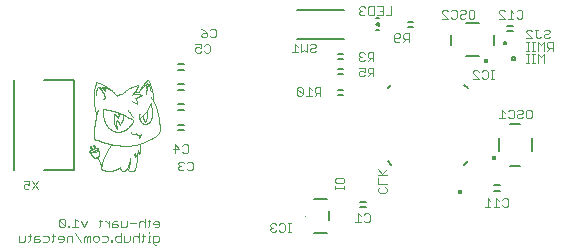
<source format=gbr>
G04 EAGLE Gerber X2 export*
G75*
%MOMM*%
%FSLAX34Y34*%
%LPD*%
%AMOC8*
5,1,8,0,0,1.08239X$1,22.5*%
G01*
%ADD10C,0.076200*%
%ADD11C,0.200000*%
%ADD12C,0.127000*%
%ADD13C,0.400000*%
%ADD14C,0.010000*%
%ADD15C,0.100000*%
%ADD16C,0.050000*%


D10*
X118927Y18253D02*
X121384Y18253D01*
X122613Y19482D01*
X122613Y21939D01*
X121384Y23168D01*
X118927Y23168D01*
X117698Y21939D01*
X117698Y20710D01*
X122613Y20710D01*
X113900Y19482D02*
X113900Y24397D01*
X113900Y19482D02*
X112671Y18253D01*
X112671Y23168D02*
X115129Y23168D01*
X110139Y25625D02*
X110139Y18253D01*
X110139Y21939D02*
X108911Y23168D01*
X106453Y23168D01*
X105224Y21939D01*
X105224Y18253D01*
X102655Y21939D02*
X97740Y21939D01*
X95171Y23168D02*
X95171Y19482D01*
X93942Y18253D01*
X90256Y18253D01*
X90256Y23168D01*
X86458Y23168D02*
X84001Y23168D01*
X82772Y21939D01*
X82772Y18253D01*
X86458Y18253D01*
X87687Y19482D01*
X86458Y20710D01*
X82772Y20710D01*
X80203Y18253D02*
X80203Y23168D01*
X80203Y20710D02*
X77745Y23168D01*
X76517Y23168D01*
X72737Y24397D02*
X72737Y19482D01*
X71508Y18253D01*
X71508Y23168D02*
X73966Y23168D01*
X61492Y23168D02*
X59035Y18253D01*
X56577Y23168D01*
X54008Y23168D02*
X51551Y25625D01*
X51551Y18253D01*
X54008Y18253D02*
X49093Y18253D01*
X46524Y18253D02*
X46524Y19482D01*
X45295Y19482D01*
X45295Y18253D01*
X46524Y18253D01*
X42782Y19482D02*
X42782Y24397D01*
X41553Y25625D01*
X39096Y25625D01*
X37867Y24397D01*
X37867Y19482D01*
X39096Y18253D01*
X41553Y18253D01*
X42782Y19482D01*
X37867Y24397D01*
X118927Y3604D02*
X120155Y3604D01*
X118927Y3604D02*
X117698Y4832D01*
X117698Y10976D01*
X121384Y10976D01*
X122613Y9747D01*
X122613Y7290D01*
X121384Y6061D01*
X117698Y6061D01*
X115129Y10976D02*
X113900Y10976D01*
X113900Y6061D01*
X115129Y6061D02*
X112671Y6061D01*
X113900Y13433D02*
X113900Y14662D01*
X108911Y12205D02*
X108911Y7290D01*
X107682Y6061D01*
X107682Y10976D02*
X110139Y10976D01*
X105150Y13433D02*
X105150Y6061D01*
X105150Y9747D02*
X103921Y10976D01*
X101464Y10976D01*
X100235Y9747D01*
X100235Y6061D01*
X97666Y7290D02*
X97666Y10976D01*
X97666Y7290D02*
X96437Y6061D01*
X92751Y6061D01*
X92751Y10976D01*
X90182Y13433D02*
X90182Y6061D01*
X86495Y6061D01*
X85267Y7290D01*
X85267Y9747D01*
X86495Y10976D01*
X90182Y10976D01*
X82697Y7290D02*
X82697Y6061D01*
X82697Y7290D02*
X81469Y7290D01*
X81469Y6061D01*
X82697Y6061D01*
X77727Y10976D02*
X74040Y10976D01*
X77727Y10976D02*
X78955Y9747D01*
X78955Y7290D01*
X77727Y6061D01*
X74040Y6061D01*
X70242Y6061D02*
X67785Y6061D01*
X66556Y7290D01*
X66556Y9747D01*
X67785Y10976D01*
X70242Y10976D01*
X71471Y9747D01*
X71471Y7290D01*
X70242Y6061D01*
X63987Y6061D02*
X63987Y10976D01*
X62758Y10976D01*
X61530Y9747D01*
X61530Y6061D01*
X61530Y9747D02*
X60301Y10976D01*
X59072Y9747D01*
X59072Y6061D01*
X56503Y6061D02*
X51588Y13433D01*
X49019Y10976D02*
X49019Y6061D01*
X49019Y10976D02*
X45333Y10976D01*
X44104Y9747D01*
X44104Y6061D01*
X40306Y6061D02*
X37848Y6061D01*
X40306Y6061D02*
X41535Y7290D01*
X41535Y9747D01*
X40306Y10976D01*
X37848Y10976D01*
X36620Y9747D01*
X36620Y8518D01*
X41535Y8518D01*
X32822Y7290D02*
X32822Y12205D01*
X32822Y7290D02*
X31593Y6061D01*
X31593Y10976D02*
X34050Y10976D01*
X27832Y10976D02*
X24146Y10976D01*
X27832Y10976D02*
X29061Y9747D01*
X29061Y7290D01*
X27832Y6061D01*
X24146Y6061D01*
X20348Y10976D02*
X17891Y10976D01*
X16662Y9747D01*
X16662Y6061D01*
X20348Y6061D01*
X21577Y7290D01*
X20348Y8518D01*
X16662Y8518D01*
X12864Y7290D02*
X12864Y12205D01*
X12864Y7290D02*
X11635Y6061D01*
X11635Y10976D02*
X14093Y10976D01*
X9103Y10976D02*
X9103Y7290D01*
X7874Y6061D01*
X4188Y6061D01*
X4188Y10976D01*
D11*
X414500Y173000D02*
X414500Y175000D01*
X414500Y173000D02*
X416500Y173000D01*
X416500Y175000D01*
X414500Y175000D01*
X421500Y162000D02*
X421500Y160000D01*
X423500Y160000D01*
X423500Y162000D01*
X421500Y162000D01*
D10*
X448082Y164625D02*
X448082Y157253D01*
X445625Y162168D02*
X448082Y164625D01*
X445625Y162168D02*
X443167Y164625D01*
X443167Y157253D01*
X440598Y157253D02*
X438140Y157253D01*
X439369Y157253D02*
X439369Y164625D01*
X440598Y164625D02*
X438140Y164625D01*
X435608Y157253D02*
X433151Y157253D01*
X434380Y157253D02*
X434380Y164625D01*
X435608Y164625D02*
X433151Y164625D01*
X455566Y167753D02*
X455566Y175125D01*
X451880Y175125D01*
X450651Y173897D01*
X450651Y171439D01*
X451880Y170210D01*
X455566Y170210D01*
X453109Y170210D02*
X450651Y167753D01*
X448082Y167753D02*
X448082Y175125D01*
X445625Y172668D01*
X443167Y175125D01*
X443167Y167753D01*
X440598Y167753D02*
X438140Y167753D01*
X439369Y167753D02*
X439369Y175125D01*
X440598Y175125D02*
X438140Y175125D01*
X435608Y167753D02*
X433151Y167753D01*
X434380Y167753D02*
X434380Y175125D01*
X435608Y175125D02*
X433151Y175125D01*
D12*
X278196Y152240D02*
X273804Y152240D01*
X273804Y147760D02*
X278196Y147760D01*
D10*
X303969Y146001D02*
X303969Y153373D01*
X300283Y153373D01*
X299054Y152145D01*
X299054Y149687D01*
X300283Y148458D01*
X303969Y148458D01*
X301512Y148458D02*
X299054Y146001D01*
X296485Y153373D02*
X291570Y153373D01*
X296485Y153373D02*
X296485Y149687D01*
X294027Y150916D01*
X292799Y150916D01*
X291570Y149687D01*
X291570Y147230D01*
X292799Y146001D01*
X295256Y146001D01*
X296485Y147230D01*
D12*
X143196Y104740D02*
X138804Y104740D01*
X138804Y100260D02*
X143196Y100260D01*
D10*
X147283Y73873D02*
X146054Y72645D01*
X147283Y73873D02*
X149740Y73873D01*
X150969Y72645D01*
X150969Y67730D01*
X149740Y66501D01*
X147283Y66501D01*
X146054Y67730D01*
X143485Y72645D02*
X142256Y73873D01*
X139799Y73873D01*
X138570Y72645D01*
X138570Y71416D01*
X139799Y70187D01*
X141027Y70187D01*
X139799Y70187D02*
X138570Y68958D01*
X138570Y67730D01*
X139799Y66501D01*
X142256Y66501D01*
X143485Y67730D01*
D12*
X273804Y165240D02*
X278196Y165240D01*
X278196Y160760D02*
X273804Y160760D01*
D10*
X303969Y159001D02*
X303969Y166373D01*
X300283Y166373D01*
X299054Y165145D01*
X299054Y162687D01*
X300283Y161458D01*
X303969Y161458D01*
X301512Y161458D02*
X299054Y159001D01*
X296485Y165145D02*
X295256Y166373D01*
X292799Y166373D01*
X291570Y165145D01*
X291570Y163916D01*
X292799Y162687D01*
X294027Y162687D01*
X292799Y162687D02*
X291570Y161458D01*
X291570Y160230D01*
X292799Y159001D01*
X295256Y159001D01*
X296485Y160230D01*
D12*
X143196Y122240D02*
X138804Y122240D01*
X138804Y117760D02*
X143196Y117760D01*
D10*
X143283Y88373D02*
X142054Y87145D01*
X143283Y88373D02*
X145740Y88373D01*
X146969Y87145D01*
X146969Y82230D01*
X145740Y81001D01*
X143283Y81001D01*
X142054Y82230D01*
X135799Y81001D02*
X135799Y88373D01*
X139485Y84687D01*
X134570Y84687D01*
D12*
X138804Y139240D02*
X143196Y139240D01*
X143196Y134760D02*
X138804Y134760D01*
D10*
X160554Y172145D02*
X161783Y173373D01*
X164240Y173373D01*
X165469Y172145D01*
X165469Y167230D01*
X164240Y166001D01*
X161783Y166001D01*
X160554Y167230D01*
X157985Y173373D02*
X153070Y173373D01*
X157985Y173373D02*
X157985Y169687D01*
X155527Y170916D01*
X154299Y170916D01*
X153070Y169687D01*
X153070Y167230D01*
X154299Y166001D01*
X156756Y166001D01*
X157985Y167230D01*
D12*
X143196Y156240D02*
X138804Y156240D01*
X138804Y151760D02*
X143196Y151760D01*
D10*
X165554Y185145D02*
X166783Y186373D01*
X169240Y186373D01*
X170469Y185145D01*
X170469Y180230D01*
X169240Y179001D01*
X166783Y179001D01*
X165554Y180230D01*
X160527Y185145D02*
X158070Y186373D01*
X160527Y185145D02*
X162985Y182687D01*
X162985Y180230D01*
X161756Y179001D01*
X159299Y179001D01*
X158070Y180230D01*
X158070Y181458D01*
X159299Y182687D01*
X162985Y182687D01*
D12*
X305730Y190000D02*
X308270Y191270D01*
X308270Y188730D01*
X305730Y190000D01*
X305730Y195080D02*
X308270Y195080D01*
X308270Y184920D02*
X305730Y184920D01*
D10*
X319206Y197903D02*
X319206Y205275D01*
X319206Y197903D02*
X314291Y197903D01*
X311721Y205275D02*
X306807Y205275D01*
X311721Y205275D02*
X311721Y197903D01*
X306807Y197903D01*
X309264Y201589D02*
X311721Y201589D01*
X304237Y205275D02*
X304237Y197903D01*
X300551Y197903D01*
X299322Y199132D01*
X299322Y204047D01*
X300551Y205275D01*
X304237Y205275D01*
X296753Y204047D02*
X295524Y205275D01*
X293067Y205275D01*
X291838Y204047D01*
X291838Y202818D01*
X293067Y201589D01*
X294296Y201589D01*
X293067Y201589D02*
X291838Y200360D01*
X291838Y199132D01*
X293067Y197903D01*
X295524Y197903D01*
X296753Y199132D01*
D12*
X50600Y143100D02*
X50600Y66900D01*
X-200Y66900D02*
X-200Y143100D01*
X25200Y66900D02*
X50600Y66900D01*
X50600Y143100D02*
X25200Y143100D01*
D10*
X20119Y57753D02*
X15204Y50381D01*
X20119Y50381D02*
X15204Y57753D01*
X12635Y57753D02*
X7720Y57753D01*
X12635Y57753D02*
X12635Y54067D01*
X10177Y55296D01*
X8949Y55296D01*
X7720Y54067D01*
X7720Y51610D01*
X8949Y50381D01*
X11406Y50381D01*
X12635Y51610D01*
D12*
X381000Y138750D02*
X383750Y136000D01*
X319000Y138750D02*
X316250Y136000D01*
X316250Y74000D02*
X319000Y71250D01*
X381000Y71250D02*
X383750Y74000D01*
D13*
X377500Y48500D03*
D10*
X403140Y143881D02*
X405598Y143881D01*
X404369Y143881D02*
X404369Y151253D01*
X405598Y151253D02*
X403140Y151253D01*
X396922Y151253D02*
X395694Y150025D01*
X396922Y151253D02*
X399380Y151253D01*
X400608Y150025D01*
X400608Y145110D01*
X399380Y143881D01*
X396922Y143881D01*
X395694Y145110D01*
X393124Y143881D02*
X388209Y143881D01*
X393124Y143881D02*
X388209Y148796D01*
X388209Y150025D01*
X389438Y151253D01*
X391896Y151253D01*
X393124Y150025D01*
D12*
X393247Y191113D02*
X382341Y191113D01*
X405625Y181263D02*
X405625Y172738D01*
X369963Y172738D02*
X369963Y181263D01*
X382341Y162888D02*
X393247Y162888D01*
D13*
X399500Y159000D03*
D10*
X388167Y202305D02*
X385710Y202305D01*
X388167Y202305D02*
X389396Y201077D01*
X389396Y196162D01*
X388167Y194933D01*
X385710Y194933D01*
X384481Y196162D01*
X384481Y201077D01*
X385710Y202305D01*
X378225Y202305D02*
X376997Y201077D01*
X378225Y202305D02*
X380683Y202305D01*
X381911Y201077D01*
X381911Y199848D01*
X380683Y198619D01*
X378225Y198619D01*
X376997Y197390D01*
X376997Y196162D01*
X378225Y194933D01*
X380683Y194933D01*
X381911Y196162D01*
X370741Y202305D02*
X369512Y201077D01*
X370741Y202305D02*
X373199Y202305D01*
X374427Y201077D01*
X374427Y196162D01*
X373199Y194933D01*
X370741Y194933D01*
X369512Y196162D01*
X366943Y194933D02*
X362028Y194933D01*
X366943Y194933D02*
X362028Y199848D01*
X362028Y201077D01*
X363257Y202305D01*
X365714Y202305D01*
X366943Y201077D01*
D12*
X438113Y93659D02*
X438113Y82753D01*
X428263Y70375D02*
X419738Y70375D01*
X419738Y106038D02*
X428263Y106038D01*
X409888Y93659D02*
X409888Y82753D01*
D13*
X406000Y76500D03*
D10*
X434210Y117805D02*
X436667Y117805D01*
X437896Y116577D01*
X437896Y111662D01*
X436667Y110433D01*
X434210Y110433D01*
X432981Y111662D01*
X432981Y116577D01*
X434210Y117805D01*
X426725Y117805D02*
X425497Y116577D01*
X426725Y117805D02*
X429183Y117805D01*
X430411Y116577D01*
X430411Y115348D01*
X429183Y114119D01*
X426725Y114119D01*
X425497Y112890D01*
X425497Y111662D01*
X426725Y110433D01*
X429183Y110433D01*
X430411Y111662D01*
X419241Y117805D02*
X418012Y116577D01*
X419241Y117805D02*
X421699Y117805D01*
X422927Y116577D01*
X422927Y111662D01*
X421699Y110433D01*
X419241Y110433D01*
X418012Y111662D01*
X415443Y115348D02*
X412986Y117805D01*
X412986Y110433D01*
X415443Y110433D02*
X410528Y110433D01*
D14*
X246100Y28000D02*
X246000Y28000D01*
D12*
X253540Y42200D02*
X264460Y42200D01*
X264460Y13800D02*
X253540Y13800D01*
X266620Y24190D02*
X266620Y31810D01*
D10*
X233877Y14353D02*
X231419Y14353D01*
X232648Y14353D02*
X232648Y21725D01*
X233877Y21725D02*
X231419Y21725D01*
X225201Y21725D02*
X223972Y20497D01*
X225201Y21725D02*
X227659Y21725D01*
X228887Y20497D01*
X228887Y15582D01*
X227659Y14353D01*
X225201Y14353D01*
X223972Y15582D01*
X221403Y20497D02*
X220174Y21725D01*
X217717Y21725D01*
X216488Y20497D01*
X216488Y19268D01*
X217717Y18039D01*
X218946Y18039D01*
X217717Y18039D02*
X216488Y16810D01*
X216488Y15582D01*
X217717Y14353D01*
X220174Y14353D01*
X221403Y15582D01*
D12*
X292804Y35260D02*
X297196Y35260D01*
X297196Y39740D02*
X292804Y39740D01*
D10*
X297051Y30005D02*
X295822Y28777D01*
X297051Y30005D02*
X299509Y30005D01*
X300737Y28777D01*
X300737Y23862D01*
X299509Y22633D01*
X297051Y22633D01*
X295822Y23862D01*
X293253Y27548D02*
X290796Y30005D01*
X290796Y22633D01*
X293253Y22633D02*
X288338Y22633D01*
D12*
X332804Y192240D02*
X337196Y192240D01*
X337196Y187760D02*
X332804Y187760D01*
D10*
X333969Y182373D02*
X333969Y175001D01*
X333969Y182373D02*
X330283Y182373D01*
X329054Y181145D01*
X329054Y178687D01*
X330283Y177458D01*
X333969Y177458D01*
X331512Y177458D02*
X329054Y175001D01*
X326485Y176230D02*
X325256Y175001D01*
X322799Y175001D01*
X321570Y176230D01*
X321570Y181145D01*
X322799Y182373D01*
X325256Y182373D01*
X326485Y181145D01*
X326485Y179916D01*
X325256Y178687D01*
X321570Y178687D01*
D12*
X279000Y202000D02*
X239000Y202000D01*
X239000Y178000D02*
X279000Y178000D01*
D10*
X251385Y173625D02*
X250157Y172397D01*
X251385Y173625D02*
X253843Y173625D01*
X255071Y172397D01*
X255071Y171168D01*
X253843Y169939D01*
X251385Y169939D01*
X250157Y168710D01*
X250157Y167482D01*
X251385Y166253D01*
X253843Y166253D01*
X255071Y167482D01*
X247587Y166253D02*
X247587Y173625D01*
X245130Y168710D02*
X247587Y166253D01*
X245130Y168710D02*
X242672Y166253D01*
X242672Y173625D01*
X240103Y171168D02*
X237646Y173625D01*
X237646Y166253D01*
X240103Y166253D02*
X235188Y166253D01*
D12*
X406304Y53740D02*
X410696Y53740D01*
X410696Y49260D02*
X406304Y49260D01*
D10*
X413054Y41645D02*
X414283Y42873D01*
X416740Y42873D01*
X417969Y41645D01*
X417969Y36730D01*
X416740Y35501D01*
X414283Y35501D01*
X413054Y36730D01*
X410485Y40416D02*
X408027Y42873D01*
X408027Y35501D01*
X405570Y35501D02*
X410485Y35501D01*
X403001Y40416D02*
X400543Y42873D01*
X400543Y35501D01*
X398086Y35501D02*
X403001Y35501D01*
D12*
X417304Y184260D02*
X421696Y184260D01*
X421696Y188740D02*
X417304Y188740D01*
D10*
X425054Y201145D02*
X426283Y202373D01*
X428740Y202373D01*
X429969Y201145D01*
X429969Y196230D01*
X428740Y195001D01*
X426283Y195001D01*
X425054Y196230D01*
X422485Y199916D02*
X420027Y202373D01*
X420027Y195001D01*
X417570Y195001D02*
X422485Y195001D01*
X415001Y195001D02*
X410086Y195001D01*
X415001Y195001D02*
X410086Y199916D01*
X410086Y201145D01*
X411315Y202373D01*
X413772Y202373D01*
X415001Y201145D01*
X271752Y52865D02*
X271752Y50407D01*
X271752Y51636D02*
X279124Y51636D01*
X279124Y50407D02*
X279124Y52865D01*
X279124Y56626D02*
X279124Y59083D01*
X279124Y56626D02*
X277896Y55397D01*
X272981Y55397D01*
X271752Y56626D01*
X271752Y59083D01*
X272981Y60312D01*
X277896Y60312D01*
X279124Y59083D01*
X314026Y52296D02*
X315254Y51067D01*
X315254Y48610D01*
X314026Y47381D01*
X309111Y47381D01*
X307882Y48610D01*
X307882Y51067D01*
X309111Y52296D01*
X307882Y54865D02*
X315254Y54865D01*
X307882Y54865D02*
X307882Y59780D01*
X307882Y62349D02*
X315254Y62349D01*
X310339Y62349D02*
X315254Y67264D01*
X311568Y63578D02*
X307882Y67264D01*
D12*
X278196Y134740D02*
X273804Y134740D01*
X273804Y130260D02*
X278196Y130260D01*
D10*
X258969Y129501D02*
X258969Y136873D01*
X255283Y136873D01*
X254054Y135645D01*
X254054Y133187D01*
X255283Y131958D01*
X258969Y131958D01*
X256512Y131958D02*
X254054Y129501D01*
X251485Y134416D02*
X249027Y136873D01*
X249027Y129501D01*
X246570Y129501D02*
X251485Y129501D01*
X244001Y130730D02*
X244001Y135645D01*
X242772Y136873D01*
X240315Y136873D01*
X239086Y135645D01*
X239086Y130730D01*
X240315Y129501D01*
X242772Y129501D01*
X244001Y130730D01*
X239086Y135645D01*
D15*
X121300Y115100D02*
X121060Y116077D01*
X120797Y117048D01*
X120512Y118012D01*
X120204Y118969D01*
X119874Y119919D01*
X119522Y120861D01*
X119149Y121795D01*
X118753Y122720D01*
X118337Y123635D01*
X117899Y124540D01*
X117440Y125435D01*
X116960Y126319D01*
X116460Y127191D01*
X115940Y128052D01*
X115400Y128900D01*
X121300Y115099D02*
X121583Y113866D01*
X121838Y112626D01*
X122067Y111382D01*
X122268Y110132D01*
X122442Y108879D01*
X122589Y107622D01*
X122708Y106362D01*
X122800Y105100D01*
X122799Y105100D02*
X122853Y104238D01*
X122887Y103375D01*
X122903Y102512D01*
X122900Y101648D01*
X122878Y100785D01*
X122837Y99922D01*
X122778Y99061D01*
X122699Y98201D01*
X69501Y113800D02*
X69175Y114776D01*
X68873Y115759D01*
X68594Y116750D01*
X68340Y117747D01*
X68109Y118750D01*
X67902Y119757D01*
X67720Y120770D01*
X67561Y121787D01*
X67427Y122807D01*
X67318Y123830D01*
X67233Y124855D01*
X67172Y125883D01*
X67136Y126911D01*
X67125Y127940D01*
X67138Y128969D01*
X67176Y129997D01*
X67239Y131024D01*
X67326Y132049D01*
X67437Y133072D01*
X67573Y134092D01*
X67734Y135108D01*
X67918Y136120D01*
X68127Y137128D01*
X68360Y138130D01*
X68616Y139127D01*
X68897Y140117D01*
X69201Y141100D01*
X102500Y88001D02*
X103516Y88225D01*
X104526Y88474D01*
X105531Y88747D01*
X106528Y89043D01*
X107518Y89364D01*
X108500Y89707D01*
X109473Y90074D01*
X110438Y90465D01*
X111393Y90877D01*
X112338Y91313D01*
X113272Y91771D01*
X114195Y92251D01*
X115106Y92753D01*
X116005Y93276D01*
X116892Y93821D01*
X117765Y94386D01*
X118625Y94972D01*
X119470Y95579D01*
X120301Y96205D01*
X121116Y96851D01*
X121916Y97516D01*
X122700Y98200D01*
X102399Y88000D02*
X101707Y87859D01*
X101012Y87734D01*
X100315Y87623D01*
X99615Y87528D01*
X98913Y87448D01*
X98210Y87383D01*
X97505Y87334D01*
X96800Y87300D01*
X96700Y87300D02*
X96064Y87252D01*
X95426Y87217D01*
X94788Y87196D01*
X94150Y87189D01*
X93512Y87196D01*
X92874Y87217D01*
X92236Y87252D01*
X91600Y87300D01*
X89944Y87415D01*
X88292Y87568D01*
X86644Y87760D01*
X85001Y87990D01*
X83363Y88259D01*
X81732Y88565D01*
X80109Y88909D01*
X78494Y89291D01*
X76889Y89711D01*
X75293Y90167D01*
X73709Y90661D01*
X72137Y91191D01*
X70577Y91758D01*
X69031Y92361D01*
X67500Y93000D01*
X67442Y94675D01*
X67423Y96350D01*
X67443Y98025D01*
X67502Y99700D01*
X67600Y101372D01*
X67737Y103042D01*
X67913Y104709D01*
X68127Y106370D01*
X68380Y108027D01*
X68672Y109677D01*
X69001Y111319D01*
X69369Y112954D01*
X69775Y114579D01*
X70219Y116195D01*
X70700Y117800D01*
X86500Y129600D02*
X86012Y130212D01*
X85509Y130812D01*
X84992Y131400D01*
X84461Y131976D01*
X83917Y132538D01*
X83359Y133088D01*
X82789Y133624D01*
X82205Y134146D01*
X81610Y134654D01*
X81002Y135148D01*
X80383Y135627D01*
X79752Y136091D01*
X79111Y136540D01*
X78459Y136973D01*
X77797Y137391D01*
X77125Y137793D01*
X76443Y138178D01*
X75753Y138547D01*
X75054Y138900D01*
X74347Y139236D01*
X73632Y139554D01*
X72909Y139856D01*
X72180Y140140D01*
X71443Y140407D01*
X70701Y140656D01*
X69953Y140887D01*
X69200Y141100D01*
X86500Y129600D02*
X86642Y129701D01*
X86786Y129799D01*
X86932Y129893D01*
X87081Y129983D01*
X87231Y130070D01*
X87384Y130154D01*
X87539Y130233D01*
X87696Y130309D01*
X87854Y130381D01*
X88014Y130450D01*
X88176Y130514D01*
X88339Y130575D01*
X88503Y130632D01*
X88669Y130684D01*
X88836Y130733D01*
X89004Y130778D01*
X89173Y130819D01*
X89343Y130855D01*
X89514Y130888D01*
X89686Y130916D01*
X89858Y130941D01*
X90031Y130961D01*
X90204Y130977D01*
X90378Y130989D01*
X90552Y130997D01*
X90726Y131001D01*
X90900Y131000D01*
D16*
X82000Y134300D02*
X81690Y134498D01*
X81375Y134688D01*
X81056Y134871D01*
X80732Y135046D01*
X80405Y135213D01*
X80074Y135373D01*
X79738Y135524D01*
X79400Y135668D01*
X79058Y135804D01*
X78713Y135931D01*
X78365Y136050D01*
X78014Y136161D01*
X77661Y136263D01*
X77305Y136357D01*
X76947Y136443D01*
X76587Y136520D01*
X76226Y136588D01*
X75863Y136648D01*
X75499Y136699D01*
X75133Y136741D01*
X74767Y136775D01*
X74400Y136800D01*
D15*
X90901Y131000D02*
X91477Y131555D01*
X92066Y132097D01*
X92668Y132624D01*
X93283Y133137D01*
X93909Y133636D01*
X94547Y134119D01*
X95197Y134587D01*
X95857Y135039D01*
X96528Y135475D01*
X97209Y135896D01*
X97900Y136300D01*
X98481Y136581D01*
X99069Y136848D01*
X99664Y137100D01*
X100264Y137339D01*
X100870Y137563D01*
X101480Y137773D01*
X102096Y137968D01*
X102716Y138148D01*
X103340Y138314D01*
X103968Y138465D01*
X104600Y138600D01*
X104477Y138189D01*
X104344Y137781D01*
X104202Y137377D01*
X104050Y136975D01*
X103889Y136578D01*
X103718Y136185D01*
X103538Y135795D01*
X103349Y135410D01*
X103150Y135030D01*
X102943Y134655D01*
X102727Y134284D01*
X102502Y133919D01*
X102268Y133559D01*
X102026Y133205D01*
X101775Y132857D01*
X101516Y132515D01*
X101250Y132179D01*
X100975Y131850D01*
X100692Y131527D01*
X100402Y131211D01*
X100105Y130902D01*
X99800Y130600D01*
D16*
X77000Y133900D02*
X76891Y134089D01*
X76777Y134275D01*
X76658Y134458D01*
X76536Y134638D01*
X76409Y134816D01*
X76277Y134990D01*
X76142Y135161D01*
X76002Y135328D01*
X75859Y135493D01*
X75711Y135653D01*
X75560Y135810D01*
X75405Y135963D01*
X75246Y136113D01*
X75083Y136259D01*
X74917Y136400D01*
X74748Y136538D01*
X74576Y136671D01*
X74400Y136800D01*
X99800Y130600D02*
X100107Y130680D01*
X100415Y130752D01*
X100726Y130817D01*
X101038Y130875D01*
X101351Y130924D01*
X101665Y130966D01*
X101981Y131000D01*
X102297Y131027D01*
X102613Y131046D01*
X102930Y131057D01*
X103247Y131060D01*
X103564Y131056D01*
X103881Y131043D01*
X104198Y131023D01*
X104514Y130996D01*
X104829Y130960D01*
X105143Y130917D01*
X105456Y130867D01*
X105768Y130808D01*
X106078Y130742D01*
X106386Y130669D01*
X106693Y130588D01*
X106998Y130499D01*
X107300Y130403D01*
X107600Y130300D01*
X77000Y133900D02*
X76749Y134125D01*
X76493Y134345D01*
X76232Y134558D01*
X75966Y134765D01*
X75694Y134965D01*
X75419Y135159D01*
X75138Y135347D01*
X74853Y135527D01*
X74564Y135701D01*
X74271Y135868D01*
X73974Y136028D01*
X73674Y136181D01*
X73369Y136326D01*
X73062Y136464D01*
X72751Y136595D01*
X72437Y136719D01*
X72120Y136835D01*
X71801Y136943D01*
X71479Y137044D01*
X71155Y137137D01*
X70829Y137222D01*
X70500Y137300D01*
X70499Y137300D02*
X70331Y136934D01*
X70172Y136565D01*
X70022Y136192D01*
X69882Y135815D01*
X69750Y135435D01*
X69627Y135052D01*
X69514Y134667D01*
X69410Y134278D01*
X69316Y133887D01*
X69231Y133494D01*
X69156Y133099D01*
X69090Y132702D01*
X69034Y132304D01*
X68988Y131905D01*
X68951Y131505D01*
X68924Y131103D01*
X68907Y130702D01*
X68899Y130300D01*
X75300Y127000D02*
X75368Y127103D01*
X75439Y127204D01*
X75513Y127303D01*
X75589Y127400D01*
X75669Y127495D01*
X75751Y127587D01*
X75836Y127677D01*
X75923Y127764D01*
X76013Y127849D01*
X76105Y127931D01*
X76200Y128011D01*
X76297Y128087D01*
X76396Y128161D01*
X76497Y128232D01*
X76600Y128300D01*
X76599Y128300D02*
X76501Y128670D01*
X76395Y129037D01*
X76279Y129402D01*
X76155Y129764D01*
X76022Y130122D01*
X75880Y130478D01*
X75730Y130830D01*
X75572Y131178D01*
X75405Y131522D01*
X75230Y131863D01*
X75047Y132198D01*
X74855Y132530D01*
X74656Y132857D01*
X74449Y133178D01*
X74234Y133495D01*
X74012Y133807D01*
X73783Y134113D01*
X73546Y134413D01*
X73301Y134708D01*
X73050Y134996D01*
X72792Y135279D01*
X72528Y135555D01*
X72256Y135825D01*
X71979Y136088D01*
X71695Y136344D01*
X71404Y136594D01*
X71108Y136836D01*
X70807Y137072D01*
X70499Y137299D01*
X102300Y127600D02*
X102567Y127660D01*
X102832Y127726D01*
X103096Y127799D01*
X103358Y127878D01*
X103618Y127963D01*
X103876Y128054D01*
X104131Y128152D01*
X104384Y128255D01*
X104635Y128364D01*
X104883Y128480D01*
X105128Y128601D01*
X105370Y128728D01*
X105609Y128861D01*
X105845Y128999D01*
X106078Y129143D01*
X106307Y129293D01*
X106532Y129448D01*
X106754Y129608D01*
X106972Y129773D01*
X107185Y129944D01*
X107395Y130119D01*
X107600Y130300D01*
X102301Y127600D02*
X102393Y127471D01*
X102483Y127340D01*
X102570Y127207D01*
X102653Y127072D01*
X102733Y126935D01*
X102809Y126796D01*
X102882Y126655D01*
X102952Y126512D01*
X103018Y126368D01*
X103080Y126222D01*
X103139Y126075D01*
X103194Y125926D01*
X103246Y125776D01*
X103293Y125625D01*
X103338Y125472D01*
X103378Y125319D01*
X103415Y125165D01*
X103447Y125009D01*
X103476Y124853D01*
X103501Y124697D01*
X103523Y124539D01*
X103540Y124382D01*
X103554Y124224D01*
X103563Y124065D01*
X103569Y123907D01*
X103571Y123748D01*
X103569Y123589D01*
X103563Y123431D01*
X103553Y123272D01*
X103540Y123114D01*
X103522Y122957D01*
X103501Y122799D01*
X103500Y122800D02*
X102997Y123115D01*
X102487Y123418D01*
X101971Y123711D01*
X101448Y123992D01*
X100919Y124261D01*
X100385Y124519D01*
X99845Y124765D01*
X99300Y125000D01*
D15*
X101700Y132701D02*
X102550Y132729D01*
X103400Y132738D01*
X104250Y132729D01*
X105100Y132701D01*
D16*
X95900Y117300D02*
X96448Y116703D01*
X96981Y116093D01*
X97501Y115471D01*
X98005Y114837D01*
X98495Y114191D01*
X98970Y113534D01*
X99429Y112866D01*
X99872Y112188D01*
X100300Y111500D01*
D15*
X105100Y132700D02*
X105370Y133310D01*
X105654Y133914D01*
X105953Y134510D01*
X106265Y135100D01*
X106591Y135682D01*
X106931Y136256D01*
X107284Y136822D01*
X107651Y137379D01*
X108030Y137928D01*
X108423Y138467D01*
X108828Y138998D01*
X109245Y139518D01*
X109674Y140029D01*
X110116Y140529D01*
X110569Y141019D01*
X111033Y141498D01*
X111509Y141965D01*
X111995Y142422D01*
X112493Y142867D01*
X113000Y143300D01*
X113391Y142569D01*
X113764Y141829D01*
X114119Y141081D01*
X114457Y140324D01*
X114776Y139560D01*
X115077Y138788D01*
X115360Y138009D01*
X115624Y137224D01*
X115869Y136432D01*
X116095Y135635D01*
X116302Y134833D01*
X116490Y134026D01*
X116659Y133215D01*
X116809Y132400D01*
X116939Y131582D01*
X117049Y130761D01*
X117140Y129937D01*
X117212Y129112D01*
X117264Y128285D01*
X117296Y127457D01*
X117308Y126628D01*
X117300Y125800D01*
D16*
X105100Y132700D02*
X105660Y133465D01*
X106239Y134216D01*
X106835Y134954D01*
X107449Y135676D01*
X108079Y136385D01*
X108726Y137077D01*
X109390Y137755D01*
X110070Y138416D01*
X110765Y139061D01*
X111475Y139689D01*
X112200Y140300D01*
X112107Y140102D01*
X112019Y139902D01*
X111936Y139699D01*
X111858Y139495D01*
X111784Y139289D01*
X111716Y139081D01*
X111653Y138872D01*
X111595Y138661D01*
X111542Y138449D01*
X111494Y138236D01*
X111451Y138021D01*
X111414Y137806D01*
X111382Y137589D01*
X111355Y137372D01*
X111333Y137155D01*
X111317Y136937D01*
X111306Y136718D01*
X111300Y136500D01*
X111299Y136500D02*
X111474Y136806D01*
X111656Y137107D01*
X111845Y137404D01*
X112041Y137696D01*
X112244Y137984D01*
X112453Y138266D01*
X112670Y138544D01*
X112893Y138816D01*
X113122Y139083D01*
X113357Y139345D01*
X113599Y139600D01*
X113600Y139600D02*
X113359Y139082D01*
X113130Y138557D01*
X112914Y138028D01*
X112710Y137493D01*
X112520Y136954D01*
X112342Y136410D01*
X112178Y135862D01*
X112027Y135311D01*
X111889Y134756D01*
X111764Y134198D01*
X111653Y133637D01*
X111555Y133073D01*
X111471Y132507D01*
X111400Y131940D01*
X111344Y131371D01*
X111300Y130800D01*
X115300Y133399D02*
X115147Y134189D01*
X114977Y134976D01*
X114789Y135758D01*
X114585Y136537D01*
X114364Y137310D01*
X114126Y138079D01*
X113871Y138842D01*
X113600Y139599D01*
X106100Y114300D02*
X105966Y114056D01*
X105837Y113808D01*
X105714Y113558D01*
X105596Y113304D01*
X105485Y113048D01*
X105380Y112790D01*
X105280Y112529D01*
X105187Y112266D01*
X105100Y112000D01*
D15*
X110700Y115199D02*
X111083Y115673D01*
X111455Y116155D01*
X111816Y116646D01*
X112166Y117145D01*
X112504Y117652D01*
X112829Y118167D01*
X113143Y118689D01*
X113445Y119218D01*
X113734Y119754D01*
X114010Y120297D01*
X114274Y120846D01*
X114525Y121401D01*
X114763Y121962D01*
X114988Y122528D01*
X115200Y123100D01*
X110700Y115200D02*
X110195Y114627D01*
X109676Y114066D01*
X109144Y113518D01*
X108600Y112982D01*
X108043Y112459D01*
X107475Y111949D01*
X106894Y111452D01*
X106303Y110969D01*
X105700Y110500D01*
X116500Y117500D02*
X116392Y118211D01*
X116267Y118920D01*
X116128Y119625D01*
X115973Y120328D01*
X115802Y121027D01*
X115617Y121722D01*
X115416Y122413D01*
X115200Y123100D01*
X116500Y117500D02*
X116520Y115200D01*
X116500Y112900D01*
X116469Y112650D01*
X116432Y112401D01*
X116389Y112153D01*
X116340Y111906D01*
X116285Y111660D01*
X116225Y111415D01*
X116158Y111172D01*
X116086Y110931D01*
X116008Y110691D01*
X115925Y110454D01*
X115835Y110218D01*
X115741Y109985D01*
X115640Y109754D01*
X115535Y109525D01*
X115424Y109299D01*
X115307Y109076D01*
X115185Y108855D01*
X115058Y108638D01*
X114926Y108424D01*
X114789Y108212D01*
X114647Y108004D01*
X114500Y107800D01*
X114499Y107800D02*
X114355Y107647D01*
X114207Y107498D01*
X114055Y107352D01*
X113900Y107210D01*
X113742Y107071D01*
X113580Y106936D01*
X113416Y106805D01*
X113248Y106678D01*
X113078Y106554D01*
X112905Y106435D01*
X112729Y106320D01*
X112550Y106209D01*
X112369Y106102D01*
X112185Y105999D01*
X112000Y105900D01*
X112000Y105901D02*
X111856Y105848D01*
X111711Y105799D01*
X111564Y105753D01*
X111416Y105712D01*
X111268Y105674D01*
X111118Y105639D01*
X110968Y105609D01*
X110817Y105582D01*
X110665Y105559D01*
X110513Y105540D01*
X110360Y105524D01*
X110207Y105512D01*
X110054Y105505D01*
X109900Y105501D01*
X109900Y105499D02*
X109754Y105547D01*
X109610Y105599D01*
X109467Y105654D01*
X109325Y105712D01*
X109185Y105775D01*
X109047Y105840D01*
X108910Y105910D01*
X108775Y105982D01*
X108642Y106058D01*
X108511Y106138D01*
X108382Y106220D01*
X108256Y106306D01*
X108131Y106395D01*
X108008Y106487D01*
X107888Y106582D01*
X107771Y106681D01*
X107656Y106782D01*
X107543Y106886D01*
X107433Y106992D01*
X107326Y107102D01*
X107222Y107214D01*
X107120Y107329D01*
X107022Y107446D01*
X106926Y107566D01*
X106834Y107688D01*
X106744Y107813D01*
X106658Y107939D01*
X106575Y108068D01*
X106496Y108199D01*
X106419Y108332D01*
X106346Y108466D01*
X106276Y108603D01*
X106210Y108741D01*
X106148Y108881D01*
X106088Y109022D01*
X106033Y109165D01*
X105981Y109309D01*
X105933Y109454D01*
X105888Y109601D01*
X105847Y109749D01*
X105810Y109897D01*
X105777Y110047D01*
X105747Y110197D01*
X105721Y110348D01*
X105699Y110500D01*
D16*
X112401Y113300D02*
X112357Y114601D01*
X112290Y115901D01*
X112201Y117200D01*
X112400Y113300D02*
X112371Y112973D01*
X112334Y112648D01*
X112290Y112323D01*
X112237Y112000D01*
X112176Y111678D01*
X112108Y111357D01*
X112032Y111038D01*
X111948Y110721D01*
X111857Y110407D01*
X111758Y110094D01*
X111651Y109784D01*
X111537Y109477D01*
X111416Y109173D01*
X111287Y108871D01*
X111151Y108573D01*
X111008Y108278D01*
X110858Y107987D01*
X110700Y107700D01*
X110700Y107701D02*
X110579Y107821D01*
X110460Y107944D01*
X110345Y108071D01*
X110233Y108200D01*
X110124Y108331D01*
X110019Y108466D01*
X109916Y108602D01*
X109817Y108742D01*
X109722Y108883D01*
X109630Y109027D01*
X109541Y109174D01*
X109456Y109322D01*
X109375Y109472D01*
X109297Y109624D01*
X109224Y109778D01*
X109154Y109934D01*
X109087Y110092D01*
X109025Y110251D01*
X108967Y110412D01*
X108912Y110573D01*
X108862Y110737D01*
X108815Y110901D01*
X108773Y111067D01*
X108734Y111233D01*
X108700Y111400D01*
X108693Y111600D01*
X108690Y111801D01*
X108692Y112002D01*
X108698Y112202D01*
X108709Y112402D01*
X108725Y112603D01*
X108746Y112802D01*
X108771Y113001D01*
X108800Y113200D01*
X107500Y97400D02*
X107426Y97322D01*
X107350Y97246D01*
X107271Y97173D01*
X107190Y97104D01*
X107106Y97037D01*
X107019Y96973D01*
X106931Y96912D01*
X106841Y96854D01*
X106748Y96799D01*
X106654Y96748D01*
X106558Y96699D01*
X106460Y96655D01*
X106361Y96613D01*
X106261Y96576D01*
X106159Y96541D01*
X106056Y96511D01*
X105952Y96483D01*
X105848Y96460D01*
X105742Y96440D01*
X105636Y96424D01*
X105529Y96412D01*
X105422Y96403D01*
X105315Y96398D01*
X105208Y96397D01*
X105100Y96400D01*
X104991Y96420D01*
X104884Y96443D01*
X104777Y96470D01*
X104672Y96501D01*
X104568Y96536D01*
X104464Y96574D01*
X104363Y96616D01*
X104262Y96661D01*
X104164Y96710D01*
X104067Y96762D01*
X103972Y96817D01*
X103879Y96876D01*
X103788Y96938D01*
X103700Y97003D01*
X103613Y97071D01*
X103530Y97142D01*
X103448Y97216D01*
X103369Y97293D01*
X103294Y97372D01*
X103220Y97454D01*
X103150Y97539D01*
X103083Y97626D01*
X103019Y97715D01*
X102958Y97807D01*
X102900Y97900D01*
X102827Y97820D01*
X102751Y97744D01*
X102673Y97670D01*
X102592Y97599D01*
X102508Y97531D01*
X102422Y97466D01*
X102333Y97404D01*
X102243Y97345D01*
X102150Y97290D01*
X102056Y97238D01*
X101959Y97190D01*
X101861Y97145D01*
X101761Y97104D01*
X101660Y97066D01*
X101558Y97032D01*
X101454Y97002D01*
X101350Y96976D01*
X101244Y96953D01*
X101138Y96935D01*
X101031Y96920D01*
X100924Y96909D01*
X100816Y96902D01*
X100708Y96899D01*
X100600Y96900D01*
X100600Y96901D02*
X100501Y96914D01*
X100403Y96932D01*
X100305Y96953D01*
X100208Y96978D01*
X100112Y97006D01*
X100017Y97038D01*
X99924Y97074D01*
X99832Y97113D01*
X99742Y97156D01*
X99653Y97202D01*
X99566Y97251D01*
X99481Y97303D01*
X99398Y97359D01*
X99317Y97418D01*
X99238Y97480D01*
X99162Y97545D01*
X99088Y97612D01*
X99017Y97683D01*
X98949Y97756D01*
X98883Y97831D01*
X98821Y97909D01*
X98761Y97989D01*
X98704Y98072D01*
X98651Y98156D01*
X98601Y98243D01*
X98554Y98331D01*
X98510Y98421D01*
X98470Y98513D01*
X98434Y98606D01*
X98400Y98700D01*
X105300Y94100D02*
X105393Y94171D01*
X105483Y94246D01*
X105571Y94324D01*
X105656Y94404D01*
X105739Y94488D01*
X105818Y94574D01*
X105895Y94663D01*
X105968Y94754D01*
X106039Y94848D01*
X106106Y94944D01*
X106170Y95042D01*
X106231Y95142D01*
X106288Y95244D01*
X106342Y95349D01*
X106393Y95455D01*
X106439Y95562D01*
X106482Y95671D01*
X106522Y95782D01*
X106558Y95893D01*
X106589Y96006D01*
X106618Y96120D01*
X106642Y96235D01*
X106662Y96350D01*
X106679Y96466D01*
X106691Y96583D01*
X106700Y96700D01*
X105100Y96400D02*
X105150Y96310D01*
X105196Y96217D01*
X105239Y96123D01*
X105279Y96027D01*
X105315Y95930D01*
X105347Y95831D01*
X105375Y95731D01*
X105399Y95631D01*
X105420Y95529D01*
X105437Y95427D01*
X105450Y95324D01*
X105459Y95221D01*
X105464Y95117D01*
X105465Y95014D01*
X105462Y94910D01*
X105455Y94807D01*
X105445Y94704D01*
X105430Y94601D01*
X105412Y94499D01*
X105389Y94398D01*
X105363Y94298D01*
X105333Y94199D01*
X105300Y94101D01*
D15*
X100700Y108799D02*
X99411Y109612D01*
X98103Y110394D01*
X96776Y111143D01*
X95431Y111860D01*
X94070Y112544D01*
X92692Y113196D01*
X91299Y113813D01*
X89891Y114397D01*
X88470Y114946D01*
X87036Y115460D01*
X85589Y115940D01*
X84132Y116385D01*
X82664Y116794D01*
X81187Y117167D01*
X79701Y117505D01*
X78207Y117806D01*
X76706Y118071D01*
X75200Y118299D01*
X96100Y102401D02*
X96425Y102699D01*
X96744Y103005D01*
X97054Y103318D01*
X97357Y103639D01*
X97652Y103967D01*
X97939Y104303D01*
X98218Y104645D01*
X98488Y104994D01*
X98750Y105349D01*
X99004Y105710D01*
X99248Y106078D01*
X99483Y106451D01*
X99710Y106830D01*
X99927Y107214D01*
X100134Y107604D01*
X100333Y107998D01*
X100521Y108397D01*
X100700Y108801D01*
X96100Y102400D02*
X95844Y102183D01*
X95583Y101973D01*
X95316Y101769D01*
X95045Y101572D01*
X94770Y101381D01*
X94490Y101197D01*
X94205Y101019D01*
X93916Y100849D01*
X93624Y100685D01*
X93327Y100529D01*
X93027Y100380D01*
X92723Y100238D01*
X92416Y100103D01*
X92106Y99976D01*
X91792Y99856D01*
X91476Y99744D01*
X91158Y99640D01*
X90837Y99543D01*
X90514Y99454D01*
X90188Y99373D01*
X89861Y99299D01*
X89532Y99234D01*
X89202Y99177D01*
X88870Y99127D01*
X88538Y99085D01*
X88204Y99052D01*
X87870Y99027D01*
X87535Y99009D01*
X87200Y99000D01*
X86929Y99021D01*
X86657Y99047D01*
X86387Y99081D01*
X86117Y99121D01*
X85848Y99167D01*
X85581Y99220D01*
X85315Y99279D01*
X85050Y99345D01*
X84787Y99417D01*
X84526Y99495D01*
X84267Y99580D01*
X84010Y99670D01*
X83755Y99767D01*
X83502Y99870D01*
X83252Y99980D01*
X83005Y100095D01*
X82761Y100216D01*
X82520Y100342D01*
X82281Y100475D01*
X82046Y100613D01*
X81815Y100757D01*
X81587Y100907D01*
X81362Y101062D01*
X81142Y101222D01*
X80925Y101387D01*
X80713Y101558D01*
X80504Y101734D01*
X80300Y101915D01*
X80100Y102100D01*
X79815Y102395D01*
X79537Y102696D01*
X79266Y103004D01*
X79002Y103318D01*
X78746Y103638D01*
X78498Y103964D01*
X78257Y104296D01*
X78024Y104634D01*
X77800Y104977D01*
X77584Y105325D01*
X77376Y105678D01*
X77176Y106037D01*
X76986Y106399D01*
X76803Y106767D01*
X76630Y107138D01*
X76466Y107514D01*
X76310Y107893D01*
X76164Y108276D01*
X76026Y108663D01*
X75898Y109052D01*
X75780Y109444D01*
X75670Y109840D01*
X75571Y110237D01*
X75480Y110637D01*
X75399Y111039D01*
X75328Y111443D01*
X75266Y111848D01*
X75214Y112255D01*
X75172Y112663D01*
X75139Y113071D01*
X75117Y113481D01*
X75103Y113890D01*
X75100Y114300D01*
X75099Y114299D02*
X75074Y114800D01*
X75059Y115300D01*
X75055Y115801D01*
X75062Y116302D01*
X75080Y116802D01*
X75109Y117302D01*
X75149Y117801D01*
X75199Y118300D01*
D16*
X92301Y112200D02*
X92236Y111842D01*
X92162Y111485D01*
X92080Y111130D01*
X91989Y110778D01*
X91890Y110427D01*
X91783Y110079D01*
X91668Y109734D01*
X91544Y109391D01*
X91412Y109052D01*
X91272Y108716D01*
X91125Y108383D01*
X90969Y108054D01*
X90806Y107728D01*
X90634Y107407D01*
X90456Y107089D01*
X90269Y106777D01*
X90076Y106468D01*
X89875Y106164D01*
X89667Y105866D01*
X89452Y105572D01*
X89229Y105283D01*
X89001Y105000D01*
X89000Y105000D02*
X88965Y105166D01*
X88926Y105330D01*
X88882Y105493D01*
X88835Y105656D01*
X88784Y105817D01*
X88729Y105977D01*
X88670Y106135D01*
X88608Y106292D01*
X88542Y106447D01*
X88472Y106601D01*
X88398Y106753D01*
X88321Y106904D01*
X88240Y107052D01*
X88155Y107198D01*
X88067Y107343D01*
X87976Y107485D01*
X87881Y107625D01*
X87783Y107762D01*
X87681Y107897D01*
X87577Y108030D01*
X87469Y108160D01*
X87358Y108288D01*
X87244Y108412D01*
X87127Y108534D01*
X87007Y108653D01*
X86885Y108770D01*
X86759Y108883D01*
X86631Y108993D01*
X86500Y109100D01*
X86501Y109100D02*
X86432Y108830D01*
X86370Y108558D01*
X86314Y108284D01*
X86265Y108009D01*
X86223Y107734D01*
X86187Y107457D01*
X86158Y107179D01*
X86136Y106901D01*
X86120Y106622D01*
X86111Y106343D01*
X86109Y106064D01*
X86114Y105785D01*
X86125Y105506D01*
X86143Y105228D01*
X86167Y104950D01*
X86199Y104672D01*
X86237Y104396D01*
X86281Y104120D01*
X86333Y103846D01*
X86390Y103573D01*
X86455Y103301D01*
X86526Y103031D01*
X86603Y102763D01*
X86687Y102497D01*
X86777Y102233D01*
X86874Y101971D01*
X86977Y101712D01*
X87086Y101455D01*
X87201Y101200D01*
X87200Y101200D02*
X86990Y101439D01*
X86786Y101684D01*
X86588Y101933D01*
X86396Y102188D01*
X86210Y102447D01*
X86031Y102710D01*
X85858Y102978D01*
X85692Y103250D01*
X85533Y103525D01*
X85380Y103805D01*
X85234Y104088D01*
X85095Y104375D01*
X84963Y104665D01*
X84838Y104958D01*
X84720Y105254D01*
X84610Y105553D01*
X84507Y105854D01*
X84411Y106158D01*
X84323Y106464D01*
X84242Y106772D01*
X84168Y107082D01*
X84103Y107394D01*
X84045Y107707D01*
X83994Y108022D01*
X83951Y108337D01*
X83916Y108654D01*
X83889Y108972D01*
X83869Y109289D01*
X83857Y109608D01*
X83853Y109926D01*
X83857Y110245D01*
X83868Y110563D01*
X83887Y110881D01*
X83914Y111199D01*
X83948Y111516D01*
X83991Y111831D01*
X84041Y112146D01*
X84098Y112459D01*
X84163Y112771D01*
X84236Y113081D01*
X84317Y113390D01*
X84404Y113696D01*
X84500Y114000D01*
X84839Y113774D01*
X85173Y113540D01*
X85501Y113298D01*
X85823Y113049D01*
X86139Y112792D01*
X86449Y112528D01*
X86752Y112256D01*
X87049Y111977D01*
X87340Y111692D01*
X87623Y111399D01*
X87900Y111100D01*
X87899Y111100D02*
X87951Y111452D01*
X87993Y111805D01*
X88028Y112159D01*
X88054Y112514D01*
X88071Y112869D01*
X88081Y113225D01*
X88081Y113580D01*
X88073Y113936D01*
X88057Y114291D01*
X88032Y114646D01*
X87999Y115000D01*
D15*
X105900Y88900D02*
X105980Y88336D01*
X106046Y87770D01*
X106098Y87203D01*
X106138Y86634D01*
X106164Y86065D01*
X106177Y85496D01*
X106177Y84926D01*
X106164Y84356D01*
X106137Y83787D01*
X106097Y83219D01*
X106044Y82652D01*
X105978Y82086D01*
X105899Y81522D01*
X105806Y80960D01*
X105700Y80400D01*
X105673Y80546D01*
X105642Y80691D01*
X105607Y80836D01*
X105569Y80980D01*
X105527Y81122D01*
X105482Y81264D01*
X105433Y81404D01*
X105380Y81544D01*
X105325Y81681D01*
X105265Y81818D01*
X105203Y81953D01*
X105137Y82086D01*
X105067Y82218D01*
X104995Y82347D01*
X104919Y82475D01*
X104840Y82601D01*
X104758Y82725D01*
X104673Y82847D01*
X104585Y82967D01*
X104494Y83085D01*
X104400Y83200D01*
X104199Y84000D02*
X104237Y83864D01*
X104271Y83726D01*
X104301Y83587D01*
X104328Y83448D01*
X104350Y83308D01*
X104369Y83167D01*
X104384Y83026D01*
X104395Y82885D01*
X104402Y82743D01*
X104406Y82601D01*
X104405Y82460D01*
X104401Y82318D01*
X104393Y82176D01*
X104381Y82035D01*
X104365Y81894D01*
X104345Y81754D01*
X104321Y81614D01*
X104294Y81475D01*
X104263Y81336D01*
X104228Y81199D01*
X104189Y81062D01*
X104147Y80927D01*
X104101Y80793D01*
X104051Y80660D01*
X103998Y80529D01*
X103941Y80399D01*
X103880Y80270D01*
X103816Y80144D01*
X103749Y80019D01*
X103678Y79896D01*
X103604Y79775D01*
X103527Y79656D01*
X103447Y79539D01*
X103363Y79425D01*
X103276Y79312D01*
X103186Y79203D01*
X103094Y79095D01*
X102998Y78991D01*
X102900Y78888D01*
X102798Y78789D01*
X102695Y78692D01*
X102588Y78599D01*
X102479Y78508D01*
X102368Y78420D01*
X102254Y78335D01*
X102138Y78254D01*
X102020Y78176D01*
X101899Y78100D01*
X102300Y78400D02*
X102320Y78541D01*
X102336Y78682D01*
X102349Y78824D01*
X102358Y78966D01*
X102363Y79109D01*
X102365Y79251D01*
X102363Y79393D01*
X102357Y79536D01*
X102347Y79678D01*
X102334Y79820D01*
X102317Y79961D01*
X102296Y80102D01*
X102272Y80242D01*
X102244Y80382D01*
X102212Y80521D01*
X102177Y80659D01*
X102138Y80796D01*
X102095Y80931D01*
X102049Y81066D01*
X102000Y81200D01*
X101978Y81115D01*
X101953Y81031D01*
X101924Y80948D01*
X101892Y80867D01*
X101857Y80787D01*
X101818Y80708D01*
X101776Y80632D01*
X101731Y80557D01*
X101683Y80484D01*
X101632Y80413D01*
X101578Y80344D01*
X101521Y80277D01*
X101461Y80213D01*
X101399Y80152D01*
X101334Y80093D01*
X101267Y80037D01*
X101198Y79983D01*
X101126Y79933D01*
X101053Y79885D01*
X100977Y79841D01*
X100900Y79800D01*
X103800Y80100D02*
X103817Y79254D01*
X103814Y78408D01*
X103791Y77562D01*
X103749Y76717D01*
X103687Y75873D01*
X103606Y75030D01*
X103505Y74190D01*
X103384Y73353D01*
X103244Y72518D01*
X103084Y71687D01*
X102906Y70860D01*
X102708Y70037D01*
X102491Y69219D01*
X102255Y68407D01*
X102000Y67600D01*
X102001Y67599D02*
X101931Y67483D01*
X101859Y67370D01*
X101783Y67258D01*
X101704Y67148D01*
X101622Y67041D01*
X101536Y66936D01*
X101448Y66834D01*
X101357Y66734D01*
X101263Y66637D01*
X101166Y66543D01*
X101066Y66452D01*
X100964Y66364D01*
X100859Y66278D01*
X100752Y66196D01*
X100642Y66117D01*
X100530Y66041D01*
X100417Y65969D01*
X100301Y65899D01*
X100300Y65900D02*
X99425Y65872D01*
X98550Y65862D01*
X97675Y65872D01*
X96800Y65900D01*
X96799Y65900D02*
X96747Y65966D01*
X96697Y66034D01*
X96651Y66105D01*
X96608Y66177D01*
X96568Y66251D01*
X96532Y66328D01*
X96499Y66405D01*
X96470Y66485D01*
X96444Y66565D01*
X96423Y66647D01*
X96405Y66729D01*
X96390Y66812D01*
X96380Y66896D01*
X96374Y66980D01*
X96371Y67064D01*
X96372Y67149D01*
X96377Y67233D01*
X96386Y67317D01*
X96399Y67400D01*
X96400Y67400D02*
X96652Y68279D01*
X96883Y69164D01*
X97093Y70054D01*
X97282Y70948D01*
X97449Y71847D01*
X97595Y72750D01*
X97720Y73655D01*
X97822Y74564D01*
X97903Y75475D01*
X97963Y76387D01*
X98000Y77300D01*
X97948Y76728D01*
X97882Y76158D01*
X97802Y75590D01*
X97709Y75024D01*
X97602Y74460D01*
X97481Y73899D01*
X97346Y73341D01*
X97198Y72786D01*
X97037Y72236D01*
X96862Y71689D01*
X96675Y71147D01*
X96474Y70609D01*
X96260Y70077D01*
X96033Y69549D01*
X95794Y69028D01*
X95542Y68512D01*
X95277Y68003D01*
X95000Y67500D01*
X94915Y67385D01*
X94827Y67273D01*
X94736Y67163D01*
X94642Y67055D01*
X94546Y66950D01*
X94447Y66847D01*
X94345Y66747D01*
X94241Y66649D01*
X94134Y66554D01*
X94025Y66462D01*
X93913Y66373D01*
X93800Y66287D01*
X93684Y66203D01*
X93566Y66123D01*
X93446Y66045D01*
X93324Y65971D01*
X93200Y65900D01*
X93121Y65865D01*
X93040Y65832D01*
X92958Y65803D01*
X92875Y65777D01*
X92791Y65755D01*
X92706Y65736D01*
X92621Y65720D01*
X92534Y65708D01*
X92448Y65700D01*
X92361Y65695D01*
X92274Y65693D01*
X92187Y65695D01*
X92100Y65700D01*
X91990Y65716D01*
X91880Y65736D01*
X91771Y65760D01*
X91663Y65788D01*
X91556Y65820D01*
X91450Y65856D01*
X91346Y65895D01*
X91243Y65938D01*
X91141Y65985D01*
X91042Y66035D01*
X90944Y66089D01*
X90848Y66146D01*
X90755Y66207D01*
X90663Y66271D01*
X90574Y66338D01*
X90487Y66408D01*
X90403Y66482D01*
X90322Y66558D01*
X90243Y66637D01*
X90167Y66719D01*
X90095Y66804D01*
X90025Y66891D01*
X89958Y66980D01*
X89895Y67072D01*
X89835Y67166D01*
X89778Y67262D01*
X89725Y67360D01*
X89676Y67460D01*
X89630Y67562D01*
X89587Y67665D01*
X89549Y67770D01*
X89514Y67876D01*
X89483Y67983D01*
X89455Y68091D01*
X89432Y68200D01*
X89413Y68310D01*
X89397Y68421D01*
X89386Y68532D01*
X89378Y68643D01*
X89374Y68755D01*
X89375Y68866D01*
X89379Y68978D01*
X89387Y69089D01*
X89400Y69200D01*
X89126Y68981D01*
X88848Y68769D01*
X88563Y68563D01*
X88275Y68364D01*
X87981Y68173D01*
X87683Y67988D01*
X87380Y67811D01*
X87074Y67641D01*
X86763Y67478D01*
X86449Y67323D01*
X86131Y67176D01*
X85809Y67036D01*
X85484Y66904D01*
X85156Y66780D01*
X84825Y66664D01*
X84492Y66556D01*
X84156Y66456D01*
X83818Y66364D01*
X83477Y66280D01*
X83135Y66205D01*
X82791Y66137D01*
X82445Y66078D01*
X82098Y66028D01*
X81750Y65985D01*
X81401Y65951D01*
X81052Y65926D01*
X80701Y65909D01*
X80351Y65900D01*
X80000Y65900D01*
X79684Y65895D01*
X79367Y65898D01*
X79050Y65908D01*
X78734Y65926D01*
X78419Y65951D01*
X78104Y65984D01*
X77789Y66024D01*
X77476Y66071D01*
X77164Y66127D01*
X76854Y66189D01*
X76545Y66259D01*
X76238Y66336D01*
X75933Y66421D01*
X75630Y66512D01*
X75329Y66611D01*
X75030Y66717D01*
X74735Y66831D01*
X74442Y66951D01*
X74151Y67078D01*
X73865Y67212D01*
X73581Y67352D01*
X73301Y67500D01*
X73300Y67500D02*
X73424Y68457D01*
X73571Y69411D01*
X73741Y70361D01*
X73933Y71307D01*
X74148Y72248D01*
X74386Y73183D01*
X74646Y74113D01*
X74929Y75036D01*
X75233Y75952D01*
X75560Y76860D01*
X75908Y77761D01*
X76277Y78652D01*
X76668Y79535D01*
X77080Y80408D01*
X77513Y81271D01*
X77966Y82123D01*
X78440Y82964D01*
X78933Y83793D01*
X79447Y84611D01*
X79980Y85415D01*
X80532Y86207D01*
X81103Y86985D01*
X81692Y87750D01*
X82300Y88500D01*
X70000Y77600D02*
X70234Y77276D01*
X70462Y76946D01*
X70681Y76611D01*
X70892Y76270D01*
X71094Y75925D01*
X71289Y75575D01*
X71475Y75221D01*
X71652Y74862D01*
X71821Y74498D01*
X71982Y74131D01*
X72133Y73761D01*
X72275Y73386D01*
X72409Y73009D01*
X72533Y72628D01*
X72648Y72245D01*
X72754Y71859D01*
X72851Y71470D01*
X72939Y71079D01*
X73017Y70687D01*
X73085Y70292D01*
X73144Y69896D01*
X73194Y69499D01*
X73234Y69100D01*
X73265Y68701D01*
X73286Y68301D01*
X73298Y67901D01*
X73300Y67500D01*
D16*
X70000Y77600D02*
X70095Y77652D01*
X70188Y77708D01*
X70279Y77767D01*
X70368Y77829D01*
X70454Y77894D01*
X70539Y77962D01*
X70621Y78033D01*
X70700Y78107D01*
X70777Y78184D01*
X70851Y78263D01*
X70922Y78345D01*
X70990Y78429D01*
X71056Y78515D01*
X71118Y78604D01*
X71177Y78695D01*
X71233Y78788D01*
X71286Y78883D01*
X71335Y78979D01*
X71381Y79077D01*
X71423Y79177D01*
X71462Y79278D01*
X71498Y79381D01*
X71530Y79484D01*
X71558Y79589D01*
X71582Y79695D01*
X71603Y79801D01*
X71620Y79908D01*
X71634Y80016D01*
X71643Y80124D01*
X71649Y80232D01*
X71651Y80340D01*
X71649Y80449D01*
X71644Y80557D01*
X71634Y80665D01*
X71621Y80773D01*
X71604Y80880D01*
X71584Y80986D01*
X71560Y81092D01*
X71532Y81197D01*
X71500Y81300D01*
X70000Y77600D02*
X69904Y77547D01*
X69805Y77496D01*
X69706Y77450D01*
X69604Y77407D01*
X69501Y77367D01*
X69397Y77331D01*
X69292Y77298D01*
X69185Y77270D01*
X69078Y77245D01*
X68970Y77224D01*
X68861Y77206D01*
X68751Y77193D01*
X68641Y77183D01*
X68531Y77177D01*
X68421Y77175D01*
X68311Y77177D01*
X68201Y77182D01*
X68091Y77192D01*
X67981Y77205D01*
X67872Y77222D01*
X67764Y77243D01*
X67657Y77268D01*
X67550Y77296D01*
X67445Y77328D01*
X67340Y77364D01*
X67237Y77404D01*
X67136Y77446D01*
X67036Y77493D01*
X66938Y77543D01*
X66841Y77596D01*
X66746Y77653D01*
X66654Y77713D01*
X66563Y77776D01*
X66475Y77842D01*
X66390Y77911D01*
X66306Y77984D01*
X66226Y78059D01*
X66147Y78137D01*
X66072Y78217D01*
X66000Y78300D01*
X71500Y81300D02*
X71457Y81497D01*
X71411Y81693D01*
X71359Y81888D01*
X71303Y82082D01*
X71243Y82274D01*
X71178Y82465D01*
X71108Y82654D01*
X71035Y82842D01*
X70957Y83028D01*
X70874Y83212D01*
X70788Y83394D01*
X70697Y83574D01*
X70602Y83751D01*
X70503Y83927D01*
X70400Y84100D01*
X64200Y81700D02*
X64282Y81456D01*
X64370Y81213D01*
X64463Y80973D01*
X64562Y80735D01*
X64666Y80499D01*
X64776Y80266D01*
X64892Y80035D01*
X65012Y79808D01*
X65138Y79583D01*
X65269Y79361D01*
X65405Y79142D01*
X65547Y78926D01*
X65693Y78714D01*
X65844Y78505D01*
X66000Y78300D01*
X64199Y81700D02*
X65769Y82250D01*
X67326Y82833D01*
X68869Y83450D01*
X70399Y84100D01*
X70800Y83201D02*
X69788Y82767D01*
X68767Y82356D01*
X67738Y81967D01*
X66700Y81601D01*
X63300Y83000D02*
X65097Y83616D01*
X66880Y84272D01*
X68648Y84967D01*
X70400Y85700D01*
X71000Y85200D02*
X71023Y85150D01*
X71042Y85099D01*
X71057Y85047D01*
X71068Y84994D01*
X71076Y84940D01*
X71080Y84886D01*
X71079Y84832D01*
X71076Y84777D01*
X71068Y84724D01*
X71056Y84670D01*
X71041Y84618D01*
X71022Y84567D01*
X70999Y84518D01*
X70973Y84470D01*
X70944Y84424D01*
X70911Y84381D01*
X70876Y84340D01*
X70837Y84301D01*
X70796Y84265D01*
X70753Y84233D01*
X70707Y84203D01*
X70659Y84177D01*
X70610Y84154D01*
X70559Y84135D01*
X70507Y84119D01*
X70454Y84108D01*
X70400Y84100D01*
X71000Y85200D02*
X70986Y85247D01*
X70968Y85293D01*
X70947Y85337D01*
X70923Y85379D01*
X70895Y85420D01*
X70865Y85459D01*
X70833Y85495D01*
X70797Y85529D01*
X70760Y85560D01*
X70720Y85589D01*
X70678Y85615D01*
X70635Y85637D01*
X70590Y85657D01*
X70544Y85673D01*
X70497Y85685D01*
X70449Y85695D01*
X70400Y85701D01*
X63300Y83000D02*
X63270Y82949D01*
X63243Y82896D01*
X63220Y82841D01*
X63200Y82785D01*
X63183Y82728D01*
X63171Y82670D01*
X63161Y82611D01*
X63156Y82552D01*
X63154Y82493D01*
X63156Y82433D01*
X63161Y82374D01*
X63171Y82315D01*
X63184Y82257D01*
X63200Y82200D01*
X63230Y82148D01*
X63263Y82099D01*
X63299Y82051D01*
X63337Y82006D01*
X63379Y81963D01*
X63423Y81923D01*
X63469Y81886D01*
X63518Y81852D01*
X63569Y81820D01*
X63621Y81792D01*
X63675Y81767D01*
X63730Y81745D01*
X63787Y81727D01*
X63845Y81712D01*
X63903Y81701D01*
X63962Y81694D01*
X64022Y81690D01*
X64081Y81689D01*
X64141Y81693D01*
X64200Y81700D01*
X66800Y87900D02*
X66854Y87914D01*
X66910Y87925D01*
X66965Y87932D01*
X67021Y87936D01*
X67077Y87935D01*
X67133Y87931D01*
X67189Y87923D01*
X67244Y87911D01*
X67298Y87896D01*
X67351Y87877D01*
X67403Y87855D01*
X67452Y87829D01*
X67500Y87800D01*
X66800Y87900D02*
X66764Y87859D01*
X66731Y87816D01*
X66701Y87771D01*
X66675Y87723D01*
X66652Y87673D01*
X66633Y87623D01*
X66618Y87570D01*
X66607Y87517D01*
X66599Y87463D01*
X66595Y87409D01*
X66596Y87355D01*
X66600Y87300D01*
X67500Y87800D02*
X67676Y87462D01*
X67845Y87120D01*
X68007Y86775D01*
X68161Y86426D01*
X68307Y86074D01*
X68446Y85719D01*
X68577Y85361D01*
X68700Y85000D01*
X67700Y84600D02*
X67588Y84947D01*
X67469Y85292D01*
X67343Y85634D01*
X67209Y85974D01*
X67067Y86310D01*
X66919Y86643D01*
X66763Y86973D01*
X66600Y87300D01*
X64900Y86600D02*
X65050Y86285D01*
X65192Y85967D01*
X65328Y85646D01*
X65457Y85322D01*
X65578Y84995D01*
X65693Y84666D01*
X65800Y84334D01*
X65900Y84000D01*
X65000Y83600D02*
X64899Y83922D01*
X64791Y84241D01*
X64676Y84558D01*
X64554Y84872D01*
X64426Y85183D01*
X64290Y85492D01*
X64148Y85798D01*
X64000Y86100D01*
X64200Y86900D02*
X64242Y86915D01*
X64285Y86927D01*
X64329Y86934D01*
X64373Y86938D01*
X64418Y86939D01*
X64462Y86935D01*
X64506Y86928D01*
X64549Y86918D01*
X64592Y86904D01*
X64633Y86886D01*
X64672Y86865D01*
X64709Y86841D01*
X64745Y86814D01*
X64778Y86784D01*
X64808Y86752D01*
X64836Y86717D01*
X64861Y86680D01*
X64882Y86641D01*
X64900Y86600D01*
X64200Y86900D02*
X64162Y86865D01*
X64127Y86827D01*
X64094Y86787D01*
X64065Y86744D01*
X64039Y86700D01*
X64016Y86653D01*
X63996Y86605D01*
X63980Y86556D01*
X63968Y86506D01*
X63959Y86455D01*
X63954Y86404D01*
X63952Y86352D01*
X63954Y86301D01*
X63960Y86249D01*
X63970Y86199D01*
X63983Y86149D01*
X64000Y86100D01*
D10*
X448157Y184397D02*
X449385Y185625D01*
X451843Y185625D01*
X453071Y184397D01*
X453071Y183168D01*
X451843Y181939D01*
X449385Y181939D01*
X448157Y180710D01*
X448157Y179482D01*
X449385Y178253D01*
X451843Y178253D01*
X453071Y179482D01*
X445587Y179482D02*
X444359Y178253D01*
X443130Y178253D01*
X441901Y179482D01*
X441901Y185625D01*
X443130Y185625D02*
X440672Y185625D01*
X438103Y178253D02*
X433188Y178253D01*
X438103Y178253D02*
X433188Y183168D01*
X433188Y184397D01*
X434417Y185625D01*
X436874Y185625D01*
X438103Y184397D01*
M02*

</source>
